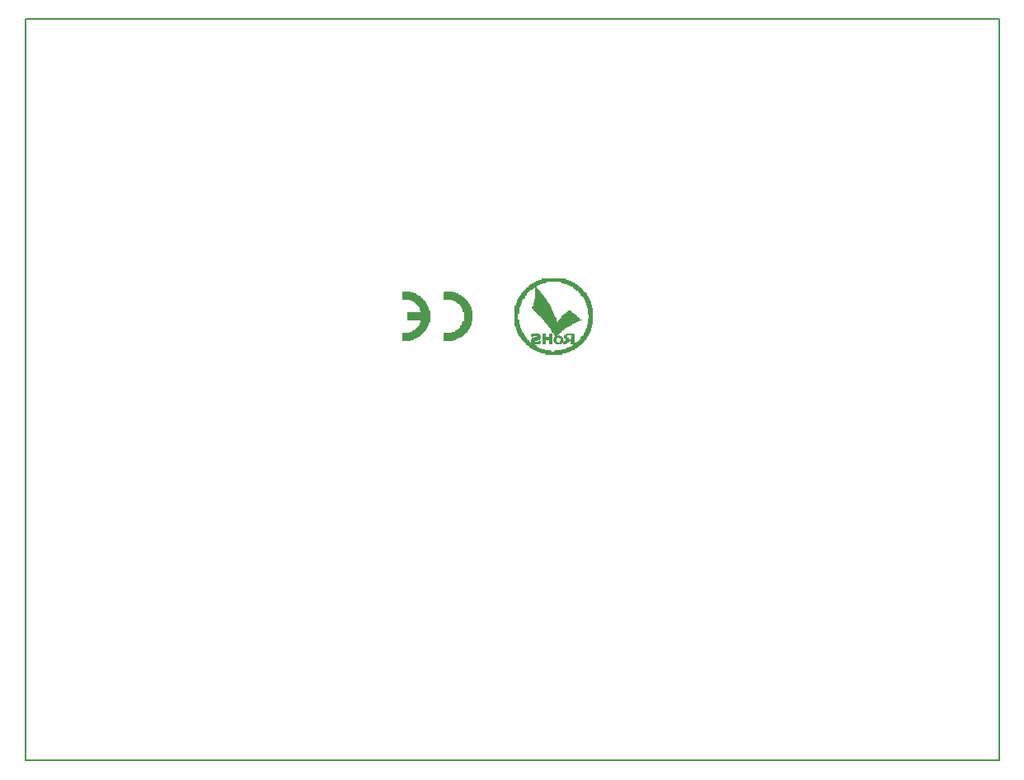
<source format=gbr>
G04 PROTEUS GERBER X2 FILE*
%TF.GenerationSoftware,Labcenter,Proteus,8.9-SP0-Build27865*%
%TF.CreationDate,2021-01-11T14:01:32+00:00*%
%TF.FileFunction,Legend,Bot*%
%TF.FilePolarity,Positive*%
%TF.Part,Single*%
%TF.SameCoordinates,{9f0a7d81-3364-476e-981e-304885b4a122}*%
%FSLAX45Y45*%
%MOMM*%
G01*
%TA.AperFunction,Profile*%
%ADD36C,0.203200*%
%TA.AperFunction,NonMaterial*%
%ADD42C,0.063500*%
%TD.AperFunction*%
D36*
X+35420Y-8200D02*
X+10035420Y-8200D01*
X+10035420Y+7611800D01*
X+35420Y+7611800D01*
X+35420Y-8200D01*
D42*
X+5376569Y+4170758D02*
X+5539129Y+4170758D01*
X+5371489Y+4175838D02*
X+5539129Y+4175838D01*
X+5335929Y+4180918D02*
X+5574689Y+4180918D01*
X+5330849Y+4185998D02*
X+5579769Y+4185998D01*
X+5315609Y+4191078D02*
X+5605169Y+4191078D01*
X+5310529Y+4196158D02*
X+5610249Y+4196158D01*
X+5285129Y+4201238D02*
X+5427369Y+4201238D01*
X+5468009Y+4201238D02*
X+5625489Y+4201238D01*
X+5269889Y+4206318D02*
X+5422289Y+4206318D01*
X+5473089Y+4206318D02*
X+5640729Y+4206318D01*
X+5269889Y+4211398D02*
X+5366409Y+4211398D01*
X+5539129Y+4211398D02*
X+5645809Y+4211398D01*
X+5249569Y+4216478D02*
X+5361329Y+4216478D01*
X+5539129Y+4216478D02*
X+5661049Y+4216478D01*
X+5249569Y+4221558D02*
X+5335929Y+4221558D01*
X+5574689Y+4221558D02*
X+5666129Y+4221558D01*
X+5239409Y+4226638D02*
X+5330849Y+4226638D01*
X+5579769Y+4226638D02*
X+5671209Y+4226638D01*
X+5239409Y+4231718D02*
X+5305449Y+4231718D01*
X+5595009Y+4231718D02*
X+5676289Y+4231718D01*
X+5219089Y+4236798D02*
X+5305449Y+4236798D01*
X+5600089Y+4236798D02*
X+5691529Y+4236798D01*
X+5219089Y+4241878D02*
X+5285129Y+4241878D01*
X+5615329Y+4241878D02*
X+5696609Y+4241878D01*
X+5208929Y+4246958D02*
X+5285129Y+4246958D01*
X+5620409Y+4246958D02*
X+5701689Y+4246958D01*
X+5208929Y+4252038D02*
X+5274969Y+4252038D01*
X+5645809Y+4252038D02*
X+5706769Y+4252038D01*
X+5198769Y+4257118D02*
X+5274969Y+4257118D01*
X+5650889Y+4257118D02*
X+5711849Y+4257118D01*
X+5193689Y+4262198D02*
X+5254649Y+4262198D01*
X+5655969Y+4262198D02*
X+5716929Y+4262198D01*
X+5178449Y+4267278D02*
X+5254649Y+4267278D01*
X+5661049Y+4267278D02*
X+5732169Y+4267278D01*
X+5173369Y+4272358D02*
X+5259729Y+4272358D01*
X+5666129Y+4272358D02*
X+5737249Y+4272358D01*
X+5173369Y+4277438D02*
X+5315609Y+4277438D01*
X+5346089Y+4277438D02*
X+5371489Y+4277438D01*
X+5417209Y+4277438D02*
X+5437529Y+4277438D01*
X+5483249Y+4277438D02*
X+5528969Y+4277438D01*
X+5554369Y+4277438D02*
X+5584849Y+4277438D01*
X+5630569Y+4277438D02*
X+5655969Y+4277438D01*
X+5671209Y+4277438D02*
X+5742329Y+4277438D01*
X+5173369Y+4282518D02*
X+5224169Y+4282518D01*
X+5239409Y+4282518D02*
X+5320689Y+4282518D01*
X+5346089Y+4282518D02*
X+5371489Y+4282518D01*
X+5417209Y+4282518D02*
X+5437529Y+4282518D01*
X+5478169Y+4282518D02*
X+5534049Y+4282518D01*
X+5559449Y+4282518D02*
X+5595009Y+4282518D01*
X+5630569Y+4282518D02*
X+5661049Y+4282518D01*
X+5676289Y+4282518D02*
X+5747409Y+4282518D01*
X+5168289Y+4287598D02*
X+5219089Y+4287598D01*
X+5239409Y+4287598D02*
X+5320689Y+4287598D01*
X+5346089Y+4287598D02*
X+5371489Y+4287598D01*
X+5417209Y+4287598D02*
X+5437529Y+4287598D01*
X+5473089Y+4287598D02*
X+5493409Y+4287598D01*
X+5518809Y+4287598D02*
X+5539129Y+4287598D01*
X+5559449Y+4287598D02*
X+5595009Y+4287598D01*
X+5630569Y+4287598D02*
X+5666129Y+4287598D01*
X+5691529Y+4287598D02*
X+5752489Y+4287598D01*
X+5163209Y+4292678D02*
X+5214009Y+4292678D01*
X+5229249Y+4292678D02*
X+5320689Y+4292678D01*
X+5346089Y+4292678D02*
X+5371489Y+4292678D01*
X+5417209Y+4292678D02*
X+5437529Y+4292678D01*
X+5462929Y+4292678D02*
X+5488329Y+4292678D01*
X+5523889Y+4292678D02*
X+5544209Y+4292678D01*
X+5559449Y+4292678D02*
X+5605169Y+4292678D01*
X+5630569Y+4292678D02*
X+5666129Y+4292678D01*
X+5696609Y+4292678D02*
X+5757569Y+4292678D01*
X+5158129Y+4297758D02*
X+5208929Y+4297758D01*
X+5229249Y+4297758D02*
X+5269889Y+4297758D01*
X+5305449Y+4297758D02*
X+5320689Y+4297758D01*
X+5346089Y+4297758D02*
X+5371489Y+4297758D01*
X+5417209Y+4297758D02*
X+5437529Y+4297758D01*
X+5462929Y+4297758D02*
X+5483249Y+4297758D01*
X+5523889Y+4297758D02*
X+5549289Y+4297758D01*
X+5569609Y+4297758D02*
X+5605169Y+4297758D01*
X+5630569Y+4297758D02*
X+5666129Y+4297758D01*
X+5701689Y+4297758D02*
X+5762649Y+4297758D01*
X+5153049Y+4302838D02*
X+5203849Y+4302838D01*
X+5229249Y+4302838D02*
X+5264809Y+4302838D01*
X+5305449Y+4302838D02*
X+5320689Y+4302838D01*
X+5346089Y+4302838D02*
X+5371489Y+4302838D01*
X+5417209Y+4302838D02*
X+5437529Y+4302838D01*
X+5462929Y+4302838D02*
X+5478169Y+4302838D01*
X+5523889Y+4302838D02*
X+5549289Y+4302838D01*
X+5569609Y+4302838D02*
X+5615329Y+4302838D01*
X+5630569Y+4302838D02*
X+5666129Y+4302838D01*
X+5706769Y+4302838D02*
X+5772809Y+4302838D01*
X+5147969Y+4307918D02*
X+5198769Y+4307918D01*
X+5229249Y+4307918D02*
X+5264809Y+4307918D01*
X+5346089Y+4307918D02*
X+5371489Y+4307918D01*
X+5417209Y+4307918D02*
X+5437529Y+4307918D01*
X+5462929Y+4307918D02*
X+5478169Y+4307918D01*
X+5528969Y+4307918D02*
X+5549289Y+4307918D01*
X+5579769Y+4307918D02*
X+5615329Y+4307918D01*
X+5625489Y+4307918D02*
X+5666129Y+4307918D01*
X+5716929Y+4307918D02*
X+5772809Y+4307918D01*
X+3903369Y+4312998D02*
X+3984649Y+4312998D01*
X+4330089Y+4312998D02*
X+4426609Y+4312998D01*
X+5142889Y+4312998D02*
X+5193689Y+4312998D01*
X+5229249Y+4312998D02*
X+5285129Y+4312998D01*
X+5346089Y+4312998D02*
X+5371489Y+4312998D01*
X+5417209Y+4312998D02*
X+5437529Y+4312998D01*
X+5452769Y+4312998D02*
X+5478169Y+4312998D01*
X+5534049Y+4312998D02*
X+5554369Y+4312998D01*
X+5579769Y+4312998D02*
X+5666129Y+4312998D01*
X+5716929Y+4312998D02*
X+5772809Y+4312998D01*
X+3903369Y+4318078D02*
X+3989729Y+4318078D01*
X+4330089Y+4318078D02*
X+4426609Y+4318078D01*
X+5137809Y+4318078D02*
X+5188609Y+4318078D01*
X+5229249Y+4318078D02*
X+5285129Y+4318078D01*
X+5346089Y+4318078D02*
X+5371489Y+4318078D01*
X+5412129Y+4318078D02*
X+5437529Y+4318078D01*
X+5452769Y+4318078D02*
X+5478169Y+4318078D01*
X+5534049Y+4318078D02*
X+5549289Y+4318078D01*
X+5579769Y+4318078D02*
X+5666129Y+4318078D01*
X+5727089Y+4318078D02*
X+5772809Y+4318078D01*
X+3903369Y+4323158D02*
X+4015129Y+4323158D01*
X+4330089Y+4323158D02*
X+4452009Y+4323158D01*
X+5132729Y+4323158D02*
X+5183529Y+4323158D01*
X+5229249Y+4323158D02*
X+5310529Y+4323158D01*
X+5346089Y+4323158D02*
X+5437529Y+4323158D01*
X+5452769Y+4323158D02*
X+5478169Y+4323158D01*
X+5534049Y+4323158D02*
X+5549289Y+4323158D01*
X+5579769Y+4323158D02*
X+5666129Y+4323158D01*
X+5727089Y+4323158D02*
X+5782969Y+4323158D01*
X+3903369Y+4328238D02*
X+4020209Y+4328238D01*
X+4330089Y+4328238D02*
X+4457089Y+4328238D01*
X+5127649Y+4328238D02*
X+5178449Y+4328238D01*
X+5239409Y+4328238D02*
X+5315609Y+4328238D01*
X+5346089Y+4328238D02*
X+5437529Y+4328238D01*
X+5462929Y+4328238D02*
X+5483249Y+4328238D01*
X+5528969Y+4328238D02*
X+5549289Y+4328238D01*
X+5579769Y+4328238D02*
X+5605169Y+4328238D01*
X+5635649Y+4328238D02*
X+5666129Y+4328238D01*
X+5737249Y+4328238D02*
X+5782969Y+4328238D01*
X+3903369Y+4333318D02*
X+4035449Y+4333318D01*
X+4330089Y+4333318D02*
X+4472329Y+4333318D01*
X+5122569Y+4333318D02*
X+5173369Y+4333318D01*
X+5239409Y+4333318D02*
X+5320689Y+4333318D01*
X+5346089Y+4333318D02*
X+5437529Y+4333318D01*
X+5462929Y+4333318D02*
X+5488329Y+4333318D01*
X+5523889Y+4333318D02*
X+5549289Y+4333318D01*
X+5569609Y+4333318D02*
X+5605169Y+4333318D01*
X+5640729Y+4333318D02*
X+5666129Y+4333318D01*
X+5737249Y+4333318D02*
X+5793129Y+4333318D01*
X+3903369Y+4338398D02*
X+4040529Y+4338398D01*
X+4330089Y+4338398D02*
X+4477409Y+4338398D01*
X+5122569Y+4338398D02*
X+5168289Y+4338398D01*
X+5259729Y+4338398D02*
X+5320689Y+4338398D01*
X+5346089Y+4338398D02*
X+5437529Y+4338398D01*
X+5462929Y+4338398D02*
X+5493409Y+4338398D01*
X+5518809Y+4338398D02*
X+5549289Y+4338398D01*
X+5569609Y+4338398D02*
X+5584849Y+4338398D01*
X+5640729Y+4338398D02*
X+5666129Y+4338398D01*
X+5737249Y+4338398D02*
X+5793129Y+4338398D01*
X+3903369Y+4343478D02*
X+4055769Y+4343478D01*
X+4330089Y+4343478D02*
X+4492649Y+4343478D01*
X+5122569Y+4343478D02*
X+5168289Y+4343478D01*
X+5259729Y+4343478D02*
X+5320689Y+4343478D01*
X+5346089Y+4343478D02*
X+5437529Y+4343478D01*
X+5462929Y+4343478D02*
X+5498489Y+4343478D01*
X+5513729Y+4343478D02*
X+5544209Y+4343478D01*
X+5569609Y+4343478D02*
X+5584849Y+4343478D01*
X+5640729Y+4343478D02*
X+5666129Y+4343478D01*
X+5737249Y+4343478D02*
X+5793129Y+4343478D01*
X+3903369Y+4348558D02*
X+4060849Y+4348558D01*
X+4330089Y+4348558D02*
X+4497729Y+4348558D01*
X+5117489Y+4348558D02*
X+5168289Y+4348558D01*
X+5285129Y+4348558D02*
X+5320689Y+4348558D01*
X+5346089Y+4348558D02*
X+5371489Y+4348558D01*
X+5412129Y+4348558D02*
X+5437529Y+4348558D01*
X+5473089Y+4348558D02*
X+5503569Y+4348558D01*
X+5508649Y+4348558D02*
X+5539129Y+4348558D01*
X+5569609Y+4348558D02*
X+5589929Y+4348558D01*
X+5640729Y+4348558D02*
X+5666129Y+4348558D01*
X+5747409Y+4348558D02*
X+5798209Y+4348558D01*
X+3903369Y+4353638D02*
X+4076089Y+4353638D01*
X+4330089Y+4353638D02*
X+4512969Y+4353638D01*
X+5112409Y+4353638D02*
X+5163209Y+4353638D01*
X+5229249Y+4353638D02*
X+5244489Y+4353638D01*
X+5290209Y+4353638D02*
X+5320689Y+4353638D01*
X+5346089Y+4353638D02*
X+5371489Y+4353638D01*
X+5417209Y+4353638D02*
X+5437529Y+4353638D01*
X+5473089Y+4353638D02*
X+5534049Y+4353638D01*
X+5569609Y+4353638D02*
X+5595009Y+4353638D01*
X+5640729Y+4353638D02*
X+5666129Y+4353638D01*
X+5747409Y+4353638D02*
X+5803289Y+4353638D01*
X+3903369Y+4358718D02*
X+4081169Y+4358718D01*
X+4330089Y+4358718D02*
X+4518049Y+4358718D01*
X+5107329Y+4358718D02*
X+5158129Y+4358718D01*
X+5229249Y+4358718D02*
X+5320689Y+4358718D01*
X+5346089Y+4358718D02*
X+5371489Y+4358718D01*
X+5417209Y+4358718D02*
X+5437529Y+4358718D01*
X+5473089Y+4358718D02*
X+5488329Y+4358718D01*
X+5503569Y+4358718D02*
X+5518809Y+4358718D01*
X+5569609Y+4358718D02*
X+5595009Y+4358718D01*
X+5640729Y+4358718D02*
X+5666129Y+4358718D01*
X+5757569Y+4358718D02*
X+5808369Y+4358718D01*
X+3903369Y+4363798D02*
X+4086249Y+4363798D01*
X+4330089Y+4363798D02*
X+4523129Y+4363798D01*
X+5102249Y+4363798D02*
X+5153049Y+4363798D01*
X+5229249Y+4363798D02*
X+5320689Y+4363798D01*
X+5346089Y+4363798D02*
X+5371489Y+4363798D01*
X+5417209Y+4363798D02*
X+5437529Y+4363798D01*
X+5473089Y+4363798D02*
X+5488329Y+4363798D01*
X+5574689Y+4363798D02*
X+5595009Y+4363798D01*
X+5640729Y+4363798D02*
X+5666129Y+4363798D01*
X+5762649Y+4363798D02*
X+5808369Y+4363798D01*
X+3903369Y+4368878D02*
X+4091329Y+4368878D01*
X+4330089Y+4368878D02*
X+4528209Y+4368878D01*
X+5102249Y+4368878D02*
X+5147969Y+4368878D01*
X+5229249Y+4368878D02*
X+5315609Y+4368878D01*
X+5346089Y+4368878D02*
X+5371489Y+4368878D01*
X+5417209Y+4368878D02*
X+5437529Y+4368878D01*
X+5468009Y+4368878D02*
X+5498489Y+4368878D01*
X+5579769Y+4368878D02*
X+5666129Y+4368878D01*
X+5767729Y+4368878D02*
X+5808369Y+4368878D01*
X+3903369Y+4373958D02*
X+4096409Y+4373958D01*
X+4330089Y+4373958D02*
X+4533289Y+4373958D01*
X+5102249Y+4373958D02*
X+5147969Y+4373958D01*
X+5234329Y+4373958D02*
X+5305449Y+4373958D01*
X+5346089Y+4373958D02*
X+5371489Y+4373958D01*
X+5417209Y+4373958D02*
X+5437529Y+4373958D01*
X+5462929Y+4373958D02*
X+5498489Y+4373958D01*
X+5584849Y+4373958D02*
X+5661049Y+4373958D01*
X+5767729Y+4373958D02*
X+5813449Y+4373958D01*
X+3903369Y+4379038D02*
X+4101489Y+4379038D01*
X+4330089Y+4379038D02*
X+4543449Y+4379038D01*
X+5092089Y+4379038D02*
X+5147969Y+4379038D01*
X+5239409Y+4379038D02*
X+5305449Y+4379038D01*
X+5346089Y+4379038D02*
X+5371489Y+4379038D01*
X+5417209Y+4379038D02*
X+5437529Y+4379038D01*
X+5462929Y+4379038D02*
X+5508649Y+4379038D01*
X+5589929Y+4379038D02*
X+5655969Y+4379038D01*
X+5767729Y+4379038D02*
X+5818529Y+4379038D01*
X+3903369Y+4384118D02*
X+4106569Y+4384118D01*
X+4330089Y+4384118D02*
X+4543449Y+4384118D01*
X+5092089Y+4384118D02*
X+5142889Y+4384118D01*
X+5462929Y+4384118D02*
X+5508649Y+4384118D01*
X+5772809Y+4384118D02*
X+5818529Y+4384118D01*
X+3903369Y+4389198D02*
X+4111649Y+4389198D01*
X+4330089Y+4389198D02*
X+4553609Y+4389198D01*
X+5092089Y+4389198D02*
X+5137809Y+4389198D01*
X+5452769Y+4389198D02*
X+5518809Y+4389198D01*
X+5777889Y+4389198D02*
X+5818529Y+4389198D01*
X+3979569Y+4394278D02*
X+4116729Y+4394278D01*
X+4416449Y+4394278D02*
X+4553609Y+4394278D01*
X+5092089Y+4394278D02*
X+5137809Y+4394278D01*
X+5452769Y+4394278D02*
X+5518809Y+4394278D01*
X+5777889Y+4394278D02*
X+5823609Y+4394278D01*
X+3979569Y+4399358D02*
X+4121809Y+4399358D01*
X+4421529Y+4399358D02*
X+4563769Y+4399358D01*
X+5081929Y+4399358D02*
X+5137809Y+4399358D01*
X+5442609Y+4399358D02*
X+5528969Y+4399358D01*
X+5777889Y+4399358D02*
X+5828689Y+4399358D01*
X+4010049Y+4404438D02*
X+4126889Y+4404438D01*
X+4446929Y+4404438D02*
X+4563769Y+4404438D01*
X+5081929Y+4404438D02*
X+5127649Y+4404438D01*
X+5442609Y+4404438D02*
X+5528969Y+4404438D01*
X+5782969Y+4404438D02*
X+5828689Y+4404438D01*
X+4010049Y+4409518D02*
X+4131969Y+4409518D01*
X+4452009Y+4409518D02*
X+4573929Y+4409518D01*
X+5081929Y+4409518D02*
X+5127649Y+4409518D01*
X+5442609Y+4409518D02*
X+5539129Y+4409518D01*
X+5788049Y+4409518D02*
X+5828689Y+4409518D01*
X+4030369Y+4414598D02*
X+4137049Y+4414598D01*
X+4457089Y+4414598D02*
X+4573929Y+4414598D01*
X+5081929Y+4414598D02*
X+5127649Y+4414598D01*
X+5442609Y+4414598D02*
X+5539129Y+4414598D01*
X+5788049Y+4414598D02*
X+5833769Y+4414598D01*
X+4030369Y+4419678D02*
X+4142129Y+4419678D01*
X+4462169Y+4419678D02*
X+4579009Y+4419678D01*
X+5081929Y+4419678D02*
X+5127649Y+4419678D01*
X+5432449Y+4419678D02*
X+5559449Y+4419678D01*
X+5788049Y+4419678D02*
X+5838849Y+4419678D01*
X+4040529Y+4424758D02*
X+4142129Y+4424758D01*
X+4477409Y+4424758D02*
X+4579009Y+4424758D01*
X+5076849Y+4424758D02*
X+5117489Y+4424758D01*
X+5427369Y+4424758D02*
X+5559449Y+4424758D01*
X+5793129Y+4424758D02*
X+5838849Y+4424758D01*
X+4040529Y+4429838D02*
X+4142129Y+4429838D01*
X+4482489Y+4429838D02*
X+4584089Y+4429838D01*
X+5071769Y+4429838D02*
X+5117489Y+4429838D01*
X+5427369Y+4429838D02*
X+5564529Y+4429838D01*
X+5798209Y+4429838D02*
X+5838849Y+4429838D01*
X+4050689Y+4434918D02*
X+4147209Y+4434918D01*
X+4487569Y+4434918D02*
X+4589169Y+4434918D01*
X+5071769Y+4434918D02*
X+5117489Y+4434918D01*
X+5427369Y+4434918D02*
X+5574689Y+4434918D01*
X+5798209Y+4434918D02*
X+5838849Y+4434918D01*
X+4050689Y+4439998D02*
X+4152289Y+4439998D01*
X+4492649Y+4439998D02*
X+4589169Y+4439998D01*
X+5071769Y+4439998D02*
X+5112409Y+4439998D01*
X+5422289Y+4439998D02*
X+5574689Y+4439998D01*
X+5798209Y+4439998D02*
X+5838849Y+4439998D01*
X+4060849Y+4445078D02*
X+4152289Y+4445078D01*
X+4497729Y+4445078D02*
X+4589169Y+4445078D01*
X+5071769Y+4445078D02*
X+5107329Y+4445078D01*
X+5417209Y+4445078D02*
X+5595009Y+4445078D01*
X+5803289Y+4445078D02*
X+5849009Y+4445078D01*
X+4065929Y+4450158D02*
X+4152289Y+4450158D01*
X+4497729Y+4450158D02*
X+4594249Y+4450158D01*
X+5071769Y+4450158D02*
X+5107329Y+4450158D01*
X+5412129Y+4450158D02*
X+5595009Y+4450158D01*
X+5803289Y+4450158D02*
X+5849009Y+4450158D01*
X+4071009Y+4455238D02*
X+4162449Y+4455238D01*
X+4497729Y+4455238D02*
X+4599329Y+4455238D01*
X+5066689Y+4455238D02*
X+5107329Y+4455238D01*
X+5407049Y+4455238D02*
X+5605169Y+4455238D01*
X+5803289Y+4455238D02*
X+5849009Y+4455238D01*
X+4076089Y+4460318D02*
X+4162449Y+4460318D01*
X+4502809Y+4460318D02*
X+4599329Y+4460318D01*
X+5061609Y+4460318D02*
X+5107329Y+4460318D01*
X+5407049Y+4460318D02*
X+5605169Y+4460318D01*
X+5803289Y+4460318D02*
X+5849009Y+4460318D01*
X+4076089Y+4465398D02*
X+4162449Y+4465398D01*
X+4507889Y+4465398D02*
X+4599329Y+4465398D01*
X+5061609Y+4465398D02*
X+5107329Y+4465398D01*
X+5407049Y+4465398D02*
X+5625489Y+4465398D01*
X+5803289Y+4465398D02*
X+5849009Y+4465398D01*
X+4081169Y+4470478D02*
X+4162449Y+4470478D01*
X+4512969Y+4470478D02*
X+4604409Y+4470478D01*
X+5061609Y+4470478D02*
X+5107329Y+4470478D01*
X+5401969Y+4470478D02*
X+5625489Y+4470478D01*
X+5803289Y+4470478D02*
X+5849009Y+4470478D01*
X+4081169Y+4475558D02*
X+4172609Y+4475558D01*
X+4518049Y+4475558D02*
X+4609489Y+4475558D01*
X+5061609Y+4475558D02*
X+5107329Y+4475558D01*
X+5396889Y+4475558D02*
X+5645809Y+4475558D01*
X+5803289Y+4475558D02*
X+5849009Y+4475558D01*
X+4086249Y+4480638D02*
X+4172609Y+4480638D01*
X+4518049Y+4480638D02*
X+4609489Y+4480638D01*
X+5061609Y+4480638D02*
X+5102249Y+4480638D01*
X+5391809Y+4480638D02*
X+5645809Y+4480638D01*
X+5813449Y+4480638D02*
X+5854089Y+4480638D01*
X+4086249Y+4485718D02*
X+4172609Y+4485718D01*
X+4518049Y+4485718D02*
X+4609489Y+4485718D01*
X+5056529Y+4485718D02*
X+5097169Y+4485718D01*
X+5386729Y+4485718D02*
X+5666129Y+4485718D01*
X+5813449Y+4485718D02*
X+5854089Y+4485718D01*
X+4086249Y+4490798D02*
X+4172609Y+4490798D01*
X+4528209Y+4490798D02*
X+4609489Y+4490798D01*
X+5056529Y+4490798D02*
X+5097169Y+4490798D01*
X+5381649Y+4490798D02*
X+5666129Y+4490798D01*
X+5813449Y+4490798D02*
X+5854089Y+4490798D01*
X+4091329Y+4495878D02*
X+4172609Y+4495878D01*
X+4528209Y+4495878D02*
X+4609489Y+4495878D01*
X+5056529Y+4495878D02*
X+5097169Y+4495878D01*
X+5376569Y+4495878D02*
X+5681369Y+4495878D01*
X+5813449Y+4495878D02*
X+5854089Y+4495878D01*
X+4096409Y+4500958D02*
X+4177689Y+4500958D01*
X+4528209Y+4500958D02*
X+4609489Y+4500958D01*
X+5056529Y+4500958D02*
X+5097169Y+4500958D01*
X+5371489Y+4500958D02*
X+5488329Y+4500958D01*
X+5503569Y+4500958D02*
X+5686449Y+4500958D01*
X+5813449Y+4500958D02*
X+5854089Y+4500958D01*
X+4096409Y+4506038D02*
X+4182769Y+4506038D01*
X+4528209Y+4506038D02*
X+4609489Y+4506038D01*
X+5056529Y+4506038D02*
X+5097169Y+4506038D01*
X+5366409Y+4506038D02*
X+5488329Y+4506038D01*
X+5503569Y+4506038D02*
X+5701689Y+4506038D01*
X+5813449Y+4506038D02*
X+5854089Y+4506038D01*
X+4096409Y+4511118D02*
X+4182769Y+4511118D01*
X+4538369Y+4511118D02*
X+4614569Y+4511118D01*
X+5056529Y+4511118D02*
X+5097169Y+4511118D01*
X+5366409Y+4511118D02*
X+5478169Y+4511118D01*
X+5503569Y+4511118D02*
X+5706769Y+4511118D01*
X+5813449Y+4511118D02*
X+5854089Y+4511118D01*
X+4096409Y+4516198D02*
X+4182769Y+4516198D01*
X+4538369Y+4516198D02*
X+4619649Y+4516198D01*
X+5056529Y+4516198D02*
X+5097169Y+4516198D01*
X+5366409Y+4516198D02*
X+5478169Y+4516198D01*
X+5503569Y+4516198D02*
X+5722009Y+4516198D01*
X+5813449Y+4516198D02*
X+5854089Y+4516198D01*
X+3954169Y+4521278D02*
X+4182769Y+4521278D01*
X+4538369Y+4521278D02*
X+4619649Y+4521278D01*
X+5056529Y+4521278D02*
X+5097169Y+4521278D01*
X+5356249Y+4521278D02*
X+5478169Y+4521278D01*
X+5513729Y+4521278D02*
X+5742329Y+4521278D01*
X+5813449Y+4521278D02*
X+5854089Y+4521278D01*
X+3954169Y+4526358D02*
X+4182769Y+4526358D01*
X+4538369Y+4526358D02*
X+4619649Y+4526358D01*
X+5056529Y+4526358D02*
X+5092089Y+4526358D01*
X+5356249Y+4526358D02*
X+5478169Y+4526358D01*
X+5518809Y+4526358D02*
X+5727089Y+4526358D01*
X+5813449Y+4526358D02*
X+5854089Y+4526358D01*
X+3954169Y+4531438D02*
X+4182769Y+4531438D01*
X+4538369Y+4531438D02*
X+4619649Y+4531438D01*
X+5056529Y+4531438D02*
X+5087009Y+4531438D01*
X+5346089Y+4531438D02*
X+5478169Y+4531438D01*
X+5523889Y+4531438D02*
X+5722009Y+4531438D01*
X+5813449Y+4531438D02*
X+5854089Y+4531438D01*
X+3954169Y+4536518D02*
X+4182769Y+4536518D01*
X+4538369Y+4536518D02*
X+4619649Y+4536518D01*
X+5056529Y+4536518D02*
X+5087009Y+4536518D01*
X+5346089Y+4536518D02*
X+5478169Y+4536518D01*
X+5528969Y+4536518D02*
X+5716929Y+4536518D01*
X+5818529Y+4536518D02*
X+5854089Y+4536518D01*
X+3954169Y+4541598D02*
X+4182769Y+4541598D01*
X+4538369Y+4541598D02*
X+4619649Y+4541598D01*
X+5056529Y+4541598D02*
X+5087009Y+4541598D01*
X+5335929Y+4541598D02*
X+5478169Y+4541598D01*
X+5534049Y+4541598D02*
X+5711849Y+4541598D01*
X+5823609Y+4541598D02*
X+5854089Y+4541598D01*
X+3954169Y+4546678D02*
X+4182769Y+4546678D01*
X+4538369Y+4546678D02*
X+4619649Y+4546678D01*
X+5056529Y+4546678D02*
X+5087009Y+4546678D01*
X+5335929Y+4546678D02*
X+5473089Y+4546678D01*
X+5539129Y+4546678D02*
X+5706769Y+4546678D01*
X+5823609Y+4546678D02*
X+5854089Y+4546678D01*
X+3954169Y+4551758D02*
X+4182769Y+4551758D01*
X+4538369Y+4551758D02*
X+4619649Y+4551758D01*
X+5056529Y+4551758D02*
X+5087009Y+4551758D01*
X+5325769Y+4551758D02*
X+5468009Y+4551758D01*
X+5544209Y+4551758D02*
X+5701689Y+4551758D01*
X+5823609Y+4551758D02*
X+5854089Y+4551758D01*
X+3954169Y+4556838D02*
X+4182769Y+4556838D01*
X+4538369Y+4556838D02*
X+4619649Y+4556838D01*
X+5056529Y+4556838D02*
X+5087009Y+4556838D01*
X+5325769Y+4556838D02*
X+5468009Y+4556838D01*
X+5544209Y+4556838D02*
X+5696609Y+4556838D01*
X+5823609Y+4556838D02*
X+5854089Y+4556838D01*
X+3954169Y+4561918D02*
X+4182769Y+4561918D01*
X+4538369Y+4561918D02*
X+4619649Y+4561918D01*
X+5056529Y+4561918D02*
X+5087009Y+4561918D01*
X+5315609Y+4561918D02*
X+5468009Y+4561918D01*
X+5544209Y+4561918D02*
X+5691529Y+4561918D01*
X+5823609Y+4561918D02*
X+5854089Y+4561918D01*
X+3954169Y+4566998D02*
X+4182769Y+4566998D01*
X+4538369Y+4566998D02*
X+4619649Y+4566998D01*
X+5056529Y+4566998D02*
X+5087009Y+4566998D01*
X+5315609Y+4566998D02*
X+5462929Y+4566998D01*
X+5549289Y+4566998D02*
X+5686449Y+4566998D01*
X+5823609Y+4566998D02*
X+5854089Y+4566998D01*
X+3954169Y+4572078D02*
X+4182769Y+4572078D01*
X+4538369Y+4572078D02*
X+4619649Y+4572078D01*
X+5056529Y+4572078D02*
X+5087009Y+4572078D01*
X+5305449Y+4572078D02*
X+5457849Y+4572078D01*
X+5554369Y+4572078D02*
X+5681369Y+4572078D01*
X+5823609Y+4572078D02*
X+5854089Y+4572078D01*
X+3954169Y+4577158D02*
X+4182769Y+4577158D01*
X+4538369Y+4577158D02*
X+4619649Y+4577158D01*
X+5056529Y+4577158D02*
X+5087009Y+4577158D01*
X+5305449Y+4577158D02*
X+5457849Y+4577158D01*
X+5559449Y+4577158D02*
X+5676289Y+4577158D01*
X+5818529Y+4577158D02*
X+5854089Y+4577158D01*
X+3954169Y+4582238D02*
X+4182769Y+4582238D01*
X+4538369Y+4582238D02*
X+4619649Y+4582238D01*
X+5056529Y+4582238D02*
X+5087009Y+4582238D01*
X+5295289Y+4582238D02*
X+5457849Y+4582238D01*
X+5564529Y+4582238D02*
X+5671209Y+4582238D01*
X+5813449Y+4582238D02*
X+5854089Y+4582238D01*
X+3954169Y+4587318D02*
X+4182769Y+4587318D01*
X+4538369Y+4587318D02*
X+4619649Y+4587318D01*
X+5056529Y+4587318D02*
X+5092089Y+4587318D01*
X+5290209Y+4587318D02*
X+5457849Y+4587318D01*
X+5579769Y+4587318D02*
X+5655969Y+4587318D01*
X+5813449Y+4587318D02*
X+5854089Y+4587318D01*
X+3954169Y+4592398D02*
X+4182769Y+4592398D01*
X+4538369Y+4592398D02*
X+4619649Y+4592398D01*
X+5056529Y+4592398D02*
X+5097169Y+4592398D01*
X+5285129Y+4592398D02*
X+5457849Y+4592398D01*
X+5584849Y+4592398D02*
X+5650889Y+4592398D01*
X+5813449Y+4592398D02*
X+5854089Y+4592398D01*
X+3954169Y+4597478D02*
X+4182769Y+4597478D01*
X+4538369Y+4597478D02*
X+4619649Y+4597478D01*
X+5056529Y+4597478D02*
X+5097169Y+4597478D01*
X+5280049Y+4597478D02*
X+5447689Y+4597478D01*
X+5589929Y+4597478D02*
X+5645809Y+4597478D01*
X+5813449Y+4597478D02*
X+5854089Y+4597478D01*
X+4091329Y+4602558D02*
X+4182769Y+4602558D01*
X+4538369Y+4602558D02*
X+4619649Y+4602558D01*
X+5056529Y+4602558D02*
X+5097169Y+4602558D01*
X+5280049Y+4602558D02*
X+5447689Y+4602558D01*
X+5595009Y+4602558D02*
X+5640729Y+4602558D01*
X+5813449Y+4602558D02*
X+5854089Y+4602558D01*
X+4096409Y+4607638D02*
X+4182769Y+4607638D01*
X+4528209Y+4607638D02*
X+4619649Y+4607638D01*
X+5056529Y+4607638D02*
X+5097169Y+4607638D01*
X+5269889Y+4607638D02*
X+5447689Y+4607638D01*
X+5600089Y+4607638D02*
X+5635649Y+4607638D01*
X+5813449Y+4607638D02*
X+5854089Y+4607638D01*
X+4096409Y+4612718D02*
X+4182769Y+4612718D01*
X+4528209Y+4612718D02*
X+4614569Y+4612718D01*
X+5056529Y+4612718D02*
X+5097169Y+4612718D01*
X+5269889Y+4612718D02*
X+5442609Y+4612718D01*
X+5605169Y+4612718D02*
X+5630569Y+4612718D01*
X+5813449Y+4612718D02*
X+5854089Y+4612718D01*
X+4091329Y+4617798D02*
X+4182769Y+4617798D01*
X+4528209Y+4617798D02*
X+4609489Y+4617798D01*
X+5056529Y+4617798D02*
X+5097169Y+4617798D01*
X+5259729Y+4617798D02*
X+5437529Y+4617798D01*
X+5610249Y+4617798D02*
X+5625489Y+4617798D01*
X+5813449Y+4617798D02*
X+5854089Y+4617798D01*
X+4086249Y+4622878D02*
X+4172609Y+4622878D01*
X+4528209Y+4622878D02*
X+4609489Y+4622878D01*
X+5056529Y+4622878D02*
X+5097169Y+4622878D01*
X+5259729Y+4622878D02*
X+5437529Y+4622878D01*
X+5813449Y+4622878D02*
X+5854089Y+4622878D01*
X+4086249Y+4627958D02*
X+4172609Y+4627958D01*
X+4528209Y+4627958D02*
X+4609489Y+4627958D01*
X+5056529Y+4627958D02*
X+5097169Y+4627958D01*
X+5249569Y+4627958D02*
X+5437529Y+4627958D01*
X+5813449Y+4627958D02*
X+5854089Y+4627958D01*
X+4086249Y+4633038D02*
X+4172609Y+4633038D01*
X+4523129Y+4633038D02*
X+4609489Y+4633038D01*
X+5061609Y+4633038D02*
X+5097169Y+4633038D01*
X+5249569Y+4633038D02*
X+5432449Y+4633038D01*
X+5813449Y+4633038D02*
X+5854089Y+4633038D01*
X+4086249Y+4638118D02*
X+4172609Y+4638118D01*
X+4518049Y+4638118D02*
X+4609489Y+4638118D01*
X+5061609Y+4638118D02*
X+5097169Y+4638118D01*
X+5239409Y+4638118D02*
X+5427369Y+4638118D01*
X+5813449Y+4638118D02*
X+5854089Y+4638118D01*
X+4086249Y+4643198D02*
X+4172609Y+4643198D01*
X+4518049Y+4643198D02*
X+4609489Y+4643198D01*
X+5061609Y+4643198D02*
X+5097169Y+4643198D01*
X+5239409Y+4643198D02*
X+5427369Y+4643198D01*
X+5813449Y+4643198D02*
X+5849009Y+4643198D01*
X+4081169Y+4648278D02*
X+4172609Y+4648278D01*
X+4518049Y+4648278D02*
X+4609489Y+4648278D01*
X+5061609Y+4648278D02*
X+5097169Y+4648278D01*
X+5239409Y+4648278D02*
X+5427369Y+4648278D01*
X+5803289Y+4648278D02*
X+5849009Y+4648278D01*
X+4081169Y+4653358D02*
X+4162449Y+4653358D01*
X+4512969Y+4653358D02*
X+4604409Y+4653358D01*
X+5061609Y+4653358D02*
X+5102249Y+4653358D01*
X+5239409Y+4653358D02*
X+5422289Y+4653358D01*
X+5803289Y+4653358D02*
X+5849009Y+4653358D01*
X+4076089Y+4658438D02*
X+4162449Y+4658438D01*
X+4507889Y+4658438D02*
X+4599329Y+4658438D01*
X+5061609Y+4658438D02*
X+5107329Y+4658438D01*
X+5239409Y+4658438D02*
X+5422289Y+4658438D01*
X+5803289Y+4658438D02*
X+5849009Y+4658438D01*
X+4076089Y+4663518D02*
X+4162449Y+4663518D01*
X+4507889Y+4663518D02*
X+4599329Y+4663518D01*
X+5061609Y+4663518D02*
X+5107329Y+4663518D01*
X+5249569Y+4663518D02*
X+5422289Y+4663518D01*
X+5803289Y+4663518D02*
X+5849009Y+4663518D01*
X+4065929Y+4668598D02*
X+4157369Y+4668598D01*
X+4507889Y+4668598D02*
X+4599329Y+4668598D01*
X+5066689Y+4668598D02*
X+5107329Y+4668598D01*
X+5249569Y+4668598D02*
X+5417209Y+4668598D01*
X+5803289Y+4668598D02*
X+5849009Y+4668598D01*
X+4060849Y+4673678D02*
X+4152289Y+4673678D01*
X+4502809Y+4673678D02*
X+4589169Y+4673678D01*
X+5071769Y+4673678D02*
X+5112409Y+4673678D01*
X+5249569Y+4673678D02*
X+5412129Y+4673678D01*
X+5798209Y+4673678D02*
X+5849009Y+4673678D01*
X+4055769Y+4678758D02*
X+4152289Y+4678758D01*
X+4497729Y+4678758D02*
X+4589169Y+4678758D01*
X+5071769Y+4678758D02*
X+5117489Y+4678758D01*
X+5249569Y+4678758D02*
X+5412129Y+4678758D01*
X+5798209Y+4678758D02*
X+5843929Y+4678758D01*
X+4050689Y+4683838D02*
X+4152289Y+4683838D01*
X+4492649Y+4683838D02*
X+4589169Y+4683838D01*
X+5071769Y+4683838D02*
X+5117489Y+4683838D01*
X+5249569Y+4683838D02*
X+5412129Y+4683838D01*
X+5798209Y+4683838D02*
X+5838849Y+4683838D01*
X+4050689Y+4688918D02*
X+4147209Y+4688918D01*
X+4487569Y+4688918D02*
X+4584089Y+4688918D01*
X+5071769Y+4688918D02*
X+5117489Y+4688918D01*
X+5249569Y+4688918D02*
X+5407049Y+4688918D01*
X+5798209Y+4688918D02*
X+5838849Y+4688918D01*
X+4040529Y+4693998D02*
X+4142129Y+4693998D01*
X+4477409Y+4693998D02*
X+4579009Y+4693998D01*
X+5071769Y+4693998D02*
X+5117489Y+4693998D01*
X+5249569Y+4693998D02*
X+5401969Y+4693998D01*
X+5798209Y+4693998D02*
X+5838849Y+4693998D01*
X+4040529Y+4699078D02*
X+4142129Y+4699078D01*
X+4477409Y+4699078D02*
X+4579009Y+4699078D01*
X+5081929Y+4699078D02*
X+5117489Y+4699078D01*
X+5254649Y+4699078D02*
X+5396889Y+4699078D01*
X+5793129Y+4699078D02*
X+5838849Y+4699078D01*
X+4030369Y+4704158D02*
X+4142129Y+4704158D01*
X+4462169Y+4704158D02*
X+4579009Y+4704158D01*
X+5081929Y+4704158D02*
X+5127649Y+4704158D01*
X+5259729Y+4704158D02*
X+5391809Y+4704158D01*
X+5788049Y+4704158D02*
X+5838849Y+4704158D01*
X+4025289Y+4709238D02*
X+4137049Y+4709238D01*
X+4457089Y+4709238D02*
X+4573929Y+4709238D01*
X+5081929Y+4709238D02*
X+5127649Y+4709238D01*
X+5259729Y+4709238D02*
X+5391809Y+4709238D01*
X+5788049Y+4709238D02*
X+5833769Y+4709238D01*
X+4010049Y+4714318D02*
X+4131969Y+4714318D01*
X+4441849Y+4714318D02*
X+4568849Y+4714318D01*
X+5081929Y+4714318D02*
X+5127649Y+4714318D01*
X+5259729Y+4714318D02*
X+5391809Y+4714318D01*
X+5788049Y+4714318D02*
X+5828689Y+4714318D01*
X+4010049Y+4719398D02*
X+4126889Y+4719398D01*
X+4436769Y+4719398D02*
X+4563769Y+4719398D01*
X+5081929Y+4719398D02*
X+5127649Y+4719398D01*
X+5259729Y+4719398D02*
X+5381649Y+4719398D01*
X+5782969Y+4719398D02*
X+5828689Y+4719398D01*
X+3979569Y+4724478D02*
X+4121809Y+4724478D01*
X+4421529Y+4724478D02*
X+4558689Y+4724478D01*
X+5081929Y+4724478D02*
X+5137809Y+4724478D01*
X+5259729Y+4724478D02*
X+5381649Y+4724478D01*
X+5777889Y+4724478D02*
X+5828689Y+4724478D01*
X+3979569Y+4729558D02*
X+4116729Y+4729558D01*
X+4416449Y+4729558D02*
X+4553609Y+4729558D01*
X+5092089Y+4729558D02*
X+5137809Y+4729558D01*
X+5259729Y+4729558D02*
X+5381649Y+4729558D01*
X+5777889Y+4729558D02*
X+5823609Y+4729558D01*
X+3903369Y+4734638D02*
X+4111649Y+4734638D01*
X+4330089Y+4734638D02*
X+4548529Y+4734638D01*
X+5092089Y+4734638D02*
X+5137809Y+4734638D01*
X+5259729Y+4734638D02*
X+5381649Y+4734638D01*
X+5777889Y+4734638D02*
X+5818529Y+4734638D01*
X+3903369Y+4739718D02*
X+4106569Y+4739718D01*
X+4330089Y+4739718D02*
X+4543449Y+4739718D01*
X+5092089Y+4739718D02*
X+5142889Y+4739718D01*
X+5269889Y+4739718D02*
X+5371489Y+4739718D01*
X+5772809Y+4739718D02*
X+5818529Y+4739718D01*
X+3903369Y+4744798D02*
X+4101489Y+4744798D01*
X+4330089Y+4744798D02*
X+4538369Y+4744798D01*
X+5097169Y+4744798D02*
X+5147969Y+4744798D01*
X+5269889Y+4744798D02*
X+5371489Y+4744798D01*
X+5767729Y+4744798D02*
X+5818529Y+4744798D01*
X+3903369Y+4749878D02*
X+4096409Y+4749878D01*
X+4330089Y+4749878D02*
X+4533289Y+4749878D01*
X+5102249Y+4749878D02*
X+5153049Y+4749878D01*
X+5269889Y+4749878D02*
X+5361329Y+4749878D01*
X+5767729Y+4749878D02*
X+5813449Y+4749878D01*
X+3903369Y+4754958D02*
X+4091329Y+4754958D01*
X+4330089Y+4754958D02*
X+4528209Y+4754958D01*
X+5107329Y+4754958D02*
X+5158129Y+4754958D01*
X+5269889Y+4754958D02*
X+5361329Y+4754958D01*
X+5767729Y+4754958D02*
X+5808369Y+4754958D01*
X+3903369Y+4760038D02*
X+4086249Y+4760038D01*
X+4330089Y+4760038D02*
X+4523129Y+4760038D01*
X+5112409Y+4760038D02*
X+5158129Y+4760038D01*
X+5269889Y+4760038D02*
X+5351169Y+4760038D01*
X+5757569Y+4760038D02*
X+5808369Y+4760038D01*
X+3903369Y+4765118D02*
X+4081169Y+4765118D01*
X+4330089Y+4765118D02*
X+4507889Y+4765118D01*
X+5112409Y+4765118D02*
X+5158129Y+4765118D01*
X+5269889Y+4765118D02*
X+5351169Y+4765118D01*
X+5757569Y+4765118D02*
X+5803289Y+4765118D01*
X+3903369Y+4770198D02*
X+4076089Y+4770198D01*
X+4330089Y+4770198D02*
X+4502809Y+4770198D01*
X+5112409Y+4770198D02*
X+5163209Y+4770198D01*
X+5269889Y+4770198D02*
X+5351169Y+4770198D01*
X+5747409Y+4770198D02*
X+5803289Y+4770198D01*
X+3903369Y+4775278D02*
X+4055769Y+4775278D01*
X+4330089Y+4775278D02*
X+4497729Y+4775278D01*
X+5117489Y+4775278D02*
X+5168289Y+4775278D01*
X+5269889Y+4775278D02*
X+5346089Y+4775278D01*
X+5747409Y+4775278D02*
X+5793129Y+4775278D01*
X+3903369Y+4780358D02*
X+4055769Y+4780358D01*
X+4330089Y+4780358D02*
X+4492649Y+4780358D01*
X+5122569Y+4780358D02*
X+5173369Y+4780358D01*
X+5269889Y+4780358D02*
X+5341009Y+4780358D01*
X+5737249Y+4780358D02*
X+5793129Y+4780358D01*
X+3903369Y+4785438D02*
X+4045609Y+4785438D01*
X+4330089Y+4785438D02*
X+4477409Y+4785438D01*
X+5122569Y+4785438D02*
X+5178449Y+4785438D01*
X+5269889Y+4785438D02*
X+5335929Y+4785438D01*
X+5737249Y+4785438D02*
X+5793129Y+4785438D01*
X+3903369Y+4790518D02*
X+4045609Y+4790518D01*
X+4330089Y+4790518D02*
X+4472329Y+4790518D01*
X+5122569Y+4790518D02*
X+5178449Y+4790518D01*
X+5269889Y+4790518D02*
X+5330849Y+4790518D01*
X+5737249Y+4790518D02*
X+5793129Y+4790518D01*
X+3903369Y+4795598D02*
X+4015129Y+4795598D01*
X+4330089Y+4795598D02*
X+4457089Y+4795598D01*
X+5127649Y+4795598D02*
X+5178449Y+4795598D01*
X+5269889Y+4795598D02*
X+5325769Y+4795598D01*
X+5732169Y+4795598D02*
X+5782969Y+4795598D01*
X+3903369Y+4800678D02*
X+4015129Y+4800678D01*
X+4330089Y+4800678D02*
X+4452009Y+4800678D01*
X+5132729Y+4800678D02*
X+5183529Y+4800678D01*
X+5269889Y+4800678D02*
X+5320689Y+4800678D01*
X+5727089Y+4800678D02*
X+5782969Y+4800678D01*
X+3903369Y+4805758D02*
X+3989729Y+4805758D01*
X+4330089Y+4805758D02*
X+4426609Y+4805758D01*
X+5137809Y+4805758D02*
X+5188609Y+4805758D01*
X+5269889Y+4805758D02*
X+5320689Y+4805758D01*
X+5722009Y+4805758D02*
X+5772809Y+4805758D01*
X+3903369Y+4810838D02*
X+3984649Y+4810838D01*
X+4335169Y+4810838D02*
X+4426609Y+4810838D01*
X+5142889Y+4810838D02*
X+5193689Y+4810838D01*
X+5269889Y+4810838D02*
X+5320689Y+4810838D01*
X+5716929Y+4810838D02*
X+5772809Y+4810838D01*
X+5147969Y+4815918D02*
X+5198769Y+4815918D01*
X+5269889Y+4815918D02*
X+5315609Y+4815918D01*
X+5711849Y+4815918D02*
X+5762649Y+4815918D01*
X+5153049Y+4820998D02*
X+5203849Y+4820998D01*
X+5269889Y+4820998D02*
X+5310529Y+4820998D01*
X+5706769Y+4820998D02*
X+5757569Y+4820998D01*
X+5158129Y+4826078D02*
X+5208929Y+4826078D01*
X+5269889Y+4826078D02*
X+5305449Y+4826078D01*
X+5701689Y+4826078D02*
X+5752489Y+4826078D01*
X+5163209Y+4831158D02*
X+5214009Y+4831158D01*
X+5269889Y+4831158D02*
X+5300369Y+4831158D01*
X+5686449Y+4831158D02*
X+5752489Y+4831158D01*
X+5168289Y+4836238D02*
X+5234329Y+4836238D01*
X+5269889Y+4836238D02*
X+5295289Y+4836238D01*
X+5681369Y+4836238D02*
X+5752489Y+4836238D01*
X+5173369Y+4841318D02*
X+5234329Y+4841318D01*
X+5269889Y+4841318D02*
X+5290209Y+4841318D01*
X+5676289Y+4841318D02*
X+5747409Y+4841318D01*
X+5173369Y+4846398D02*
X+5244489Y+4846398D01*
X+5269889Y+4846398D02*
X+5285129Y+4846398D01*
X+5671209Y+4846398D02*
X+5742329Y+4846398D01*
X+5178449Y+4851478D02*
X+5244489Y+4851478D01*
X+5269889Y+4851478D02*
X+5280049Y+4851478D01*
X+5666129Y+4851478D02*
X+5737249Y+4851478D01*
X+5178449Y+4856558D02*
X+5254649Y+4856558D01*
X+5269889Y+4856558D02*
X+5274969Y+4856558D01*
X+5661049Y+4856558D02*
X+5732169Y+4856558D01*
X+5198769Y+4861638D02*
X+5254649Y+4861638D01*
X+5264809Y+4861638D02*
X+5274969Y+4861638D01*
X+5655969Y+4861638D02*
X+5716929Y+4861638D01*
X+5198769Y+4866718D02*
X+5274969Y+4866718D01*
X+5640729Y+4866718D02*
X+5711849Y+4866718D01*
X+5208929Y+4871798D02*
X+5274969Y+4871798D01*
X+5635649Y+4871798D02*
X+5706769Y+4871798D01*
X+5208929Y+4876878D02*
X+5295289Y+4876878D01*
X+5620409Y+4876878D02*
X+5701689Y+4876878D01*
X+5219089Y+4881958D02*
X+5295289Y+4881958D01*
X+5615329Y+4881958D02*
X+5696609Y+4881958D01*
X+5219089Y+4887038D02*
X+5310529Y+4887038D01*
X+5600089Y+4887038D02*
X+5691529Y+4887038D01*
X+5239409Y+4892118D02*
X+5315609Y+4892118D01*
X+5595009Y+4892118D02*
X+5676289Y+4892118D01*
X+5239409Y+4897198D02*
X+5341009Y+4897198D01*
X+5569609Y+4897198D02*
X+5671209Y+4897198D01*
X+5249569Y+4902278D02*
X+5346089Y+4902278D01*
X+5564529Y+4902278D02*
X+5666129Y+4902278D01*
X+5249569Y+4907358D02*
X+5371489Y+4907358D01*
X+5539129Y+4907358D02*
X+5661049Y+4907358D01*
X+5269889Y+4912438D02*
X+5376569Y+4912438D01*
X+5534049Y+4912438D02*
X+5645809Y+4912438D01*
X+5280049Y+4917518D02*
X+5468009Y+4917518D01*
X+5483249Y+4917518D02*
X+5630569Y+4917518D01*
X+5290209Y+4922598D02*
X+5625489Y+4922598D01*
X+5305449Y+4927678D02*
X+5610249Y+4927678D01*
X+5305449Y+4932758D02*
X+5605169Y+4932758D01*
X+5335929Y+4937838D02*
X+5579769Y+4937838D01*
X+5335929Y+4942918D02*
X+5574689Y+4942918D01*
X+5371489Y+4947998D02*
X+5539129Y+4947998D01*
M02*

</source>
